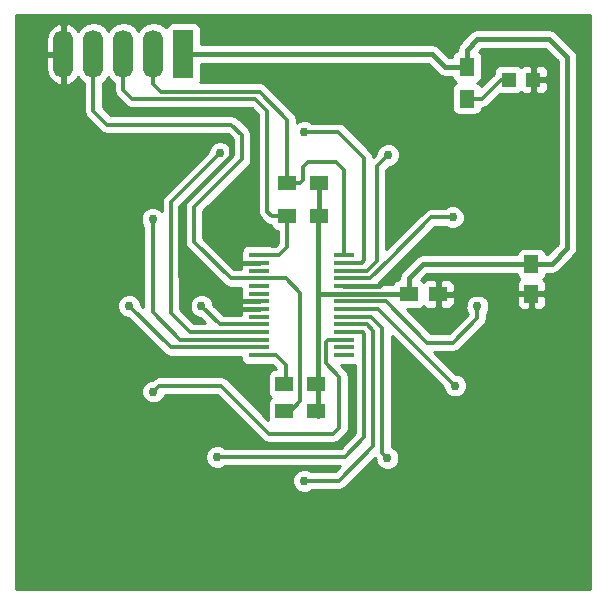
<source format=gbl>
%TF.GenerationSoftware,KiCad,Pcbnew,4.0.2-4+6225~38~ubuntu14.04.1-stable*%
%TF.CreationDate,2016-04-18T13:03:38+01:00*%
%TF.ProjectId,clockface,636C6F636B666163652E6B696361645F,rev?*%
%TF.FileFunction,Copper,L2,Bot,Signal*%
%FSLAX46Y46*%
G04 Gerber Fmt 4.6, Leading zero omitted, Abs format (unit mm)*
G04 Created by KiCad (PCBNEW 4.0.2-4+6225~38~ubuntu14.04.1-stable) date Mon 18 Apr 2016 13:03:38 BST*
%MOMM*%
G01*
G04 APERTURE LIST*
%ADD10C,0.100000*%
%ADD11R,1.500000X1.250000*%
%ADD12R,1.250000X1.500000*%
%ADD13R,1.198880X1.198880*%
%ADD14R,1.300000X1.500000*%
%ADD15R,1.500000X1.300000*%
%ADD16R,1.727200X4.064000*%
%ADD17O,1.727200X4.064000*%
%ADD18R,1.750000X0.450000*%
%ADD19C,0.750000*%
%ADD20C,0.406000*%
%ADD21C,0.305000*%
%ADD22C,0.254000*%
G04 APERTURE END LIST*
D10*
D11*
X156778640Y-92915740D03*
X159278640Y-92915740D03*
D12*
X167172640Y-90395740D03*
X167172640Y-92895740D03*
D13*
X165234620Y-74754740D03*
X167332660Y-74754740D03*
D14*
X161711640Y-73658740D03*
X161711640Y-76358740D03*
D15*
X148964640Y-100535740D03*
X146264640Y-100535740D03*
X149218640Y-86311740D03*
X146518640Y-86311740D03*
X149218640Y-83517740D03*
X146518640Y-83517740D03*
X148964640Y-102821740D03*
X146264640Y-102821740D03*
D16*
X137708640Y-72595740D03*
D17*
X135168640Y-72595740D03*
X132628640Y-72595740D03*
X130088640Y-72595740D03*
X127548640Y-72595740D03*
D18*
X144101000Y-98078000D03*
X144101000Y-97428000D03*
X144101000Y-96778000D03*
X144101000Y-96128000D03*
X144101000Y-95478000D03*
X144101000Y-94828000D03*
X144101000Y-94178000D03*
X144101000Y-93528000D03*
X144101000Y-92878000D03*
X144101000Y-92228000D03*
X144101000Y-91578000D03*
X144101000Y-90928000D03*
X144101000Y-90278000D03*
X144101000Y-89628000D03*
X151301000Y-89628000D03*
X151301000Y-90278000D03*
X151301000Y-90928000D03*
X151301000Y-91578000D03*
X151301000Y-92228000D03*
X151301000Y-92878000D03*
X151301000Y-93528000D03*
X151301000Y-94178000D03*
X151301000Y-94828000D03*
X151301000Y-95478000D03*
X151301000Y-96128000D03*
X151301000Y-96778000D03*
X151301000Y-97428000D03*
X151301000Y-98078000D03*
D19*
X139867640Y-102059740D03*
X155869640Y-102059740D03*
X139994640Y-85803740D03*
X155742640Y-85803740D03*
X140807801Y-81002400D03*
X135092801Y-86565740D03*
X133111601Y-93905600D03*
X135168640Y-101170740D03*
X140566140Y-106707200D03*
X147932140Y-108713800D03*
X154981001Y-106783400D03*
X160695640Y-100662740D03*
X162601001Y-93931740D03*
X160505140Y-86412600D03*
X155057201Y-81129400D03*
X139233191Y-93931190D03*
X147932140Y-79199000D03*
D20*
X139867640Y-102059740D02*
X133390640Y-108536740D01*
X133390640Y-108536740D02*
X133390640Y-110632240D01*
X162092640Y-105615740D02*
X162092640Y-110632240D01*
X158536640Y-102059740D02*
X162092640Y-105615740D01*
X155869640Y-102059740D02*
X158536640Y-102059740D01*
X144101000Y-90278000D02*
X142436900Y-90278000D01*
X139994640Y-87835740D02*
X139994640Y-85803740D01*
X142436900Y-90278000D02*
X139994640Y-87835740D01*
X137962640Y-91899740D02*
X139359640Y-91899740D01*
X137962640Y-91899740D02*
X137454640Y-91391740D01*
X137454640Y-91391740D02*
X137454640Y-85549740D01*
X137454640Y-85549740D02*
X141772640Y-81231740D01*
X141772640Y-81231740D02*
X141772640Y-80215740D01*
X141772640Y-80215740D02*
X141264640Y-79707740D01*
X127548640Y-79707740D02*
X141264640Y-79707740D01*
X141328140Y-93868240D02*
X142280640Y-93868240D01*
X139359640Y-91899740D02*
X141328140Y-93868240D01*
X155742640Y-85803740D02*
X157012640Y-85803740D01*
X158282640Y-84533740D02*
X164252001Y-84533740D01*
X157012640Y-85803740D02*
X158282640Y-84533740D01*
X164252001Y-80469740D02*
X164252001Y-78564379D01*
X164252001Y-84533740D02*
X164252001Y-80469740D01*
X164252001Y-78564379D02*
X165394640Y-77421740D01*
X165394640Y-77421740D02*
X166410640Y-77421740D01*
X166410640Y-77421740D02*
X167332660Y-76499720D01*
X167332660Y-76499720D02*
X167332660Y-74754740D01*
X167172640Y-92895740D02*
X167172640Y-108156462D01*
X167172640Y-108156462D02*
X164633001Y-110696101D01*
X159278640Y-92915740D02*
X167152640Y-92915740D01*
X167152640Y-92915740D02*
X167172640Y-92895740D01*
X127548640Y-89359740D02*
X127548640Y-107012740D01*
X127548640Y-107012740D02*
X131168140Y-110632240D01*
X127548640Y-79707740D02*
X127548640Y-89359740D01*
X131168140Y-110632240D02*
X133390640Y-110632240D01*
X133390640Y-110632240D02*
X162092640Y-110632240D01*
X162092640Y-110632240D02*
X164569140Y-110632240D01*
X164569140Y-110632240D02*
X164633001Y-110696101D01*
X151301000Y-92228000D02*
X154271380Y-92228000D01*
X164252001Y-85930379D02*
X164252001Y-84533740D01*
X161584640Y-88597740D02*
X164252001Y-85930379D01*
X157901640Y-88597740D02*
X161584640Y-88597740D01*
X154271380Y-92228000D02*
X157901640Y-88597740D01*
X127548640Y-79707740D02*
X127548640Y-73611740D01*
X144101000Y-93528000D02*
X142430380Y-93528000D01*
X142280640Y-93677740D02*
X142280640Y-93868240D01*
X142430380Y-93528000D02*
X142280640Y-93677740D01*
X142399900Y-94178000D02*
X144101000Y-94178000D01*
X142280640Y-94058740D02*
X142399900Y-94178000D01*
X142280640Y-93868240D02*
X142280640Y-94058740D01*
D21*
X161711640Y-76358740D02*
X163028640Y-76358740D01*
X164632640Y-74754740D02*
X165234620Y-74754740D01*
X163028640Y-76358740D02*
X164632640Y-74754740D01*
X144101000Y-98078000D02*
X145537900Y-98078000D01*
X146391640Y-98931740D02*
X146391640Y-100789740D01*
X145537900Y-98078000D02*
X146391640Y-98931740D01*
X146518640Y-86311740D02*
X145201640Y-86311740D01*
X132628640Y-75643740D02*
X132628640Y-73611740D01*
X133390640Y-76405740D02*
X132628640Y-75643740D01*
X143804640Y-76405740D02*
X133390640Y-76405740D01*
X144820640Y-77421740D02*
X143804640Y-76405740D01*
X144820640Y-85930740D02*
X144820640Y-77421740D01*
X145201640Y-86311740D02*
X144820640Y-85930740D01*
X144101000Y-89628000D02*
X145822380Y-89628000D01*
X146518640Y-88931740D02*
X146518640Y-86311740D01*
X145822380Y-89628000D02*
X146518640Y-88931740D01*
X146518640Y-83517740D02*
X147614640Y-83517740D01*
X151301000Y-82378100D02*
X151301000Y-89628000D01*
X150662640Y-81739740D02*
X151301000Y-82378100D01*
X148249640Y-81739740D02*
X150662640Y-81739740D01*
X147868640Y-82120740D02*
X148249640Y-81739740D01*
X147868640Y-83263740D02*
X147868640Y-82120740D01*
X147614640Y-83517740D02*
X147868640Y-83263740D01*
X146518640Y-83517740D02*
X146518640Y-78136740D01*
X135168640Y-75135740D02*
X135168640Y-73611740D01*
X135803640Y-75770740D02*
X135168640Y-75135740D01*
X144152640Y-75770740D02*
X135803640Y-75770740D01*
X146518640Y-78136740D02*
X144152640Y-75770740D01*
X146518640Y-82200740D02*
X146518640Y-83517740D01*
X130088640Y-73611740D02*
X130088640Y-75516740D01*
X141704900Y-91578000D02*
X144101000Y-91578000D01*
X138597640Y-88470740D02*
X141704900Y-91578000D01*
X138597640Y-85549740D02*
X138597640Y-88470740D01*
X142661640Y-81485740D02*
X138597640Y-85549740D01*
X142661640Y-79453740D02*
X142661640Y-81485740D01*
X141772640Y-78564740D02*
X142661640Y-79453740D01*
X131231640Y-78564740D02*
X141772640Y-78564740D01*
X130088640Y-77421740D02*
X131231640Y-78564740D01*
X130088640Y-75516740D02*
X130088640Y-77421740D01*
X130088640Y-75516740D02*
X130088640Y-75516740D01*
X144101000Y-91578000D02*
X146403900Y-91578000D01*
X147614640Y-101979740D02*
X146391640Y-103202740D01*
X147614640Y-92788740D02*
X147614640Y-101979740D01*
X146403900Y-91578000D02*
X147614640Y-92788740D01*
X138292000Y-96128000D02*
X136652000Y-94488000D01*
X136652000Y-94488000D02*
X136652000Y-85158201D01*
X136652000Y-85158201D02*
X140807801Y-81002400D01*
X144101000Y-96128000D02*
X138292000Y-96128000D01*
X144101000Y-96778000D02*
X137418000Y-96778000D01*
X135092801Y-94452801D02*
X135092801Y-86565740D01*
X135092801Y-86565740D02*
X135092801Y-86565000D01*
X137418000Y-96778000D02*
X135092801Y-94452801D01*
X136634001Y-97428000D02*
X133111601Y-93905600D01*
X144101000Y-97428000D02*
X136634001Y-97428000D01*
X135168640Y-101170740D02*
X135676640Y-100662740D01*
X149975380Y-96778000D02*
X149773640Y-96979740D01*
X149773640Y-96979740D02*
X149773640Y-98757740D01*
X149773640Y-98757740D02*
X150916640Y-99900740D01*
X150916640Y-99900740D02*
X150916640Y-104218740D01*
X150916640Y-104218740D02*
X150408640Y-104726740D01*
X151301000Y-96778000D02*
X149975380Y-96778000D01*
X144947640Y-104726740D02*
X150408640Y-104726740D01*
X140883640Y-100662740D02*
X144947640Y-104726740D01*
X135676640Y-100662740D02*
X140883640Y-100662740D01*
X151301000Y-96128000D02*
X152897000Y-96128000D01*
X151356800Y-106707200D02*
X140566140Y-106707200D01*
X140566140Y-106707200D02*
X140528401Y-106707200D01*
X153035000Y-105029000D02*
X151356800Y-106707200D01*
X153035000Y-96266000D02*
X153035000Y-105029000D01*
X152897000Y-96128000D02*
X153035000Y-96266000D01*
X151301000Y-95478000D02*
X153263000Y-95478000D01*
X150874200Y-108713800D02*
X147932140Y-108713800D01*
X147932140Y-108713800D02*
X147869001Y-108713800D01*
X153797000Y-105791000D02*
X150874200Y-108713800D01*
X153797000Y-96012000D02*
X153797000Y-105791000D01*
X153263000Y-95478000D02*
X153797000Y-96012000D01*
X154559000Y-105808401D02*
X154559000Y-106361399D01*
X153629000Y-94828000D02*
X151301000Y-94828000D01*
X154559000Y-95758000D02*
X154559000Y-105808401D01*
X153629000Y-94828000D02*
X154559000Y-95758000D01*
X154559000Y-106361399D02*
X154981001Y-106783400D01*
X151301000Y-94178000D02*
X154210900Y-94178000D01*
X154210900Y-94178000D02*
X160695640Y-100662740D01*
X151301000Y-93528000D02*
X154830900Y-93528000D01*
X154830900Y-93528000D02*
X158330900Y-97028000D01*
X158330900Y-97028000D02*
X160528000Y-97028000D01*
X160528000Y-97028000D02*
X162601001Y-94954999D01*
X162601001Y-94954999D02*
X162601001Y-93931740D01*
X162601001Y-93931740D02*
X162601001Y-93905600D01*
X151301000Y-91578000D02*
X153532000Y-91578000D01*
X158697400Y-86412600D02*
X160505140Y-86412600D01*
X160505140Y-86412600D02*
X160543601Y-86412600D01*
X155194000Y-89916000D02*
X158697400Y-86412600D01*
X155194000Y-89916000D02*
X155194000Y-89916000D01*
X153532000Y-91578000D02*
X155194000Y-89916000D01*
X153285380Y-90928000D02*
X154091640Y-90121740D01*
X154091640Y-90121740D02*
X154091640Y-82094961D01*
X154091640Y-82094961D02*
X155057201Y-81129400D01*
X151301000Y-90928000D02*
X153285380Y-90928000D01*
X144101000Y-95478000D02*
X140780001Y-95478000D01*
X140780001Y-95478000D02*
X139233191Y-93931190D01*
X139233191Y-93931190D02*
X139233001Y-93931000D01*
X151301000Y-90278000D02*
X152800000Y-90278000D01*
X150827000Y-79199000D02*
X147932140Y-79199000D01*
X147932140Y-79199000D02*
X147869001Y-79199000D01*
X153035000Y-81407000D02*
X150827000Y-79199000D01*
X153035000Y-90043000D02*
X153035000Y-81407000D01*
X152800000Y-90278000D02*
X153035000Y-90043000D01*
D20*
X137708640Y-72595740D02*
X158790640Y-72595740D01*
X159853640Y-73658740D02*
X161711640Y-73658740D01*
X158790640Y-72595740D02*
X159853640Y-73658740D01*
X151301000Y-92878000D02*
X149129380Y-92878000D01*
X149129380Y-92878000D02*
X149091640Y-92915740D01*
X167172640Y-90395740D02*
X168879840Y-90395740D01*
X168879840Y-90395740D02*
X170220640Y-89054940D01*
X170220640Y-89054940D02*
X170220640Y-87327740D01*
X170220640Y-84025740D02*
X170220640Y-72849740D01*
X170220640Y-72849740D02*
X168696640Y-71325740D01*
X168696640Y-71325740D02*
X162600640Y-71325740D01*
X162600640Y-71325740D02*
X161711640Y-72214740D01*
X161711640Y-72214740D02*
X161711640Y-73658740D01*
X170220640Y-87327740D02*
X170220640Y-84025740D01*
X156778640Y-92915740D02*
X156778640Y-91574940D01*
X156778640Y-91574940D02*
X157957840Y-90395740D01*
X157957840Y-90395740D02*
X167172640Y-90395740D01*
X161484640Y-73885740D02*
X161711640Y-73658740D01*
X149091640Y-100789740D02*
X149091640Y-103202740D01*
X149218640Y-86311740D02*
X149218640Y-83517740D01*
D21*
X151263260Y-92915740D02*
X151301000Y-92878000D01*
D20*
X149091640Y-100789740D02*
X149091640Y-92915740D01*
X149091640Y-92915740D02*
X149091640Y-86438740D01*
X149091640Y-86438740D02*
X149218640Y-86311740D01*
X151301000Y-92878000D02*
X156740900Y-92878000D01*
X156740900Y-92878000D02*
X156778640Y-92915740D01*
D22*
G36*
X172107000Y-117893000D02*
X123527000Y-117893000D01*
X123527000Y-72722740D01*
X126050040Y-72722740D01*
X126050040Y-73891140D01*
X126212715Y-74454962D01*
X126578772Y-74913613D01*
X127092483Y-75197267D01*
X127189614Y-75219098D01*
X127421640Y-75097957D01*
X127421640Y-72722740D01*
X126050040Y-72722740D01*
X123527000Y-72722740D01*
X123527000Y-71300340D01*
X126050040Y-71300340D01*
X126050040Y-72468740D01*
X127421640Y-72468740D01*
X127421640Y-70093523D01*
X127675640Y-70093523D01*
X127675640Y-72468740D01*
X127695640Y-72468740D01*
X127695640Y-72722740D01*
X127675640Y-72722740D01*
X127675640Y-75097957D01*
X127907666Y-75219098D01*
X128004797Y-75197267D01*
X128518508Y-74913613D01*
X128810014Y-74548370D01*
X129028970Y-74876060D01*
X129301140Y-75057918D01*
X129301140Y-77421735D01*
X129301139Y-77421740D01*
X129361085Y-77723103D01*
X129531793Y-77978587D01*
X130674793Y-79121587D01*
X130930277Y-79292295D01*
X131231640Y-79352241D01*
X131231645Y-79352240D01*
X141446446Y-79352240D01*
X141874140Y-79779933D01*
X141874140Y-81159546D01*
X141809191Y-81224495D01*
X141817625Y-81204183D01*
X141817976Y-80802380D01*
X141664537Y-80431028D01*
X141380667Y-80146663D01*
X141009584Y-79992576D01*
X140607781Y-79992225D01*
X140236429Y-80145664D01*
X139952064Y-80429534D01*
X139797977Y-80800617D01*
X139797891Y-80898616D01*
X136095153Y-84601354D01*
X135924445Y-84856838D01*
X135864499Y-85158201D01*
X135864500Y-85158206D01*
X135864500Y-85909183D01*
X135665667Y-85710003D01*
X135294584Y-85555916D01*
X134892781Y-85555565D01*
X134521429Y-85709004D01*
X134237064Y-85992874D01*
X134082977Y-86363957D01*
X134082626Y-86765760D01*
X134236065Y-87137112D01*
X134305301Y-87206469D01*
X134305301Y-93985606D01*
X134121692Y-93801997D01*
X134121776Y-93705580D01*
X133968337Y-93334228D01*
X133684467Y-93049863D01*
X133313384Y-92895776D01*
X132911581Y-92895425D01*
X132540229Y-93048864D01*
X132255864Y-93332734D01*
X132101777Y-93703817D01*
X132101426Y-94105620D01*
X132254865Y-94476972D01*
X132538735Y-94761337D01*
X132909818Y-94915424D01*
X133007817Y-94915510D01*
X136077152Y-97984844D01*
X136077154Y-97984847D01*
X136256140Y-98104441D01*
X136332638Y-98155555D01*
X136634001Y-98215501D01*
X136634006Y-98215500D01*
X142578560Y-98215500D01*
X142578560Y-98303000D01*
X142622838Y-98538317D01*
X142761910Y-98754441D01*
X142974110Y-98899431D01*
X143226000Y-98950440D01*
X144976000Y-98950440D01*
X145211317Y-98906162D01*
X145236295Y-98890089D01*
X145584507Y-99238300D01*
X145514640Y-99238300D01*
X145279323Y-99282578D01*
X145063199Y-99421650D01*
X144918209Y-99633850D01*
X144867200Y-99885740D01*
X144867200Y-101185740D01*
X144911478Y-101421057D01*
X145050550Y-101637181D01*
X145109799Y-101677664D01*
X145063199Y-101707650D01*
X144918209Y-101919850D01*
X144867200Y-102171740D01*
X144867200Y-103471740D01*
X144881307Y-103546713D01*
X141440487Y-100105893D01*
X141185003Y-99935185D01*
X140883640Y-99875239D01*
X140883635Y-99875240D01*
X135676640Y-99875240D01*
X135375276Y-99935185D01*
X135272944Y-100003561D01*
X135119793Y-100105893D01*
X135119791Y-100105896D01*
X135065038Y-100160649D01*
X134968620Y-100160565D01*
X134597268Y-100314004D01*
X134312903Y-100597874D01*
X134158816Y-100968957D01*
X134158465Y-101370760D01*
X134311904Y-101742112D01*
X134595774Y-102026477D01*
X134966857Y-102180564D01*
X135368660Y-102180915D01*
X135740012Y-102027476D01*
X136024377Y-101743606D01*
X136146193Y-101450240D01*
X140557446Y-101450240D01*
X144390793Y-105283587D01*
X144646277Y-105454295D01*
X144947640Y-105514241D01*
X144947645Y-105514240D01*
X150408635Y-105514240D01*
X150408640Y-105514241D01*
X150710003Y-105454295D01*
X150965487Y-105283587D01*
X151473484Y-104775589D01*
X151473487Y-104775587D01*
X151575819Y-104622436D01*
X151644195Y-104520104D01*
X151704140Y-104218740D01*
X151704140Y-99900745D01*
X151704141Y-99900740D01*
X151644195Y-99599377D01*
X151473487Y-99343893D01*
X151080034Y-98950440D01*
X152176000Y-98950440D01*
X152247500Y-98936986D01*
X152247500Y-104702807D01*
X151030606Y-105919700D01*
X141207124Y-105919700D01*
X141139006Y-105851463D01*
X140767923Y-105697376D01*
X140366120Y-105697025D01*
X139994768Y-105850464D01*
X139710403Y-106134334D01*
X139556316Y-106505417D01*
X139555965Y-106907220D01*
X139709404Y-107278572D01*
X139993274Y-107562937D01*
X140364357Y-107717024D01*
X140766160Y-107717375D01*
X141137512Y-107563936D01*
X141206869Y-107494700D01*
X150979606Y-107494700D01*
X150548006Y-107926300D01*
X148573124Y-107926300D01*
X148505006Y-107858063D01*
X148133923Y-107703976D01*
X147732120Y-107703625D01*
X147360768Y-107857064D01*
X147076403Y-108140934D01*
X146922316Y-108512017D01*
X146921965Y-108913820D01*
X147075404Y-109285172D01*
X147359274Y-109569537D01*
X147730357Y-109723624D01*
X148132160Y-109723975D01*
X148503512Y-109570536D01*
X148572869Y-109501300D01*
X150874195Y-109501300D01*
X150874200Y-109501301D01*
X151175563Y-109441355D01*
X151431047Y-109270647D01*
X153914552Y-106787141D01*
X153970924Y-106871508D01*
X153970826Y-106983420D01*
X154124265Y-107354772D01*
X154408135Y-107639137D01*
X154779218Y-107793224D01*
X155181021Y-107793575D01*
X155552373Y-107640136D01*
X155836738Y-107356266D01*
X155990825Y-106985183D01*
X155991176Y-106583380D01*
X155837737Y-106212028D01*
X155553867Y-105927663D01*
X155346500Y-105841557D01*
X155346500Y-96427294D01*
X159685549Y-100766342D01*
X159685465Y-100862760D01*
X159838904Y-101234112D01*
X160122774Y-101518477D01*
X160493857Y-101672564D01*
X160895660Y-101672915D01*
X161267012Y-101519476D01*
X161551377Y-101235606D01*
X161705464Y-100864523D01*
X161705815Y-100462720D01*
X161552376Y-100091368D01*
X161268506Y-99807003D01*
X160897423Y-99652916D01*
X160799423Y-99652830D01*
X158962093Y-97815500D01*
X160527995Y-97815500D01*
X160528000Y-97815501D01*
X160829363Y-97755555D01*
X161084847Y-97584847D01*
X163157845Y-95511848D01*
X163157848Y-95511846D01*
X163328556Y-95256362D01*
X163388501Y-94954999D01*
X163388501Y-94572724D01*
X163456738Y-94504606D01*
X163610825Y-94133523D01*
X163611176Y-93731720D01*
X163457737Y-93360368D01*
X163279171Y-93181490D01*
X165912640Y-93181490D01*
X165912640Y-93772049D01*
X166009313Y-94005438D01*
X166187941Y-94184067D01*
X166421330Y-94280740D01*
X166886890Y-94280740D01*
X167045640Y-94121990D01*
X167045640Y-93022740D01*
X167299640Y-93022740D01*
X167299640Y-94121990D01*
X167458390Y-94280740D01*
X167923950Y-94280740D01*
X168157339Y-94184067D01*
X168335967Y-94005438D01*
X168432640Y-93772049D01*
X168432640Y-93181490D01*
X168273890Y-93022740D01*
X167299640Y-93022740D01*
X167045640Y-93022740D01*
X166071390Y-93022740D01*
X165912640Y-93181490D01*
X163279171Y-93181490D01*
X163173867Y-93076003D01*
X162802784Y-92921916D01*
X162400981Y-92921565D01*
X162029629Y-93075004D01*
X161745264Y-93358874D01*
X161591177Y-93729957D01*
X161590826Y-94131760D01*
X161744265Y-94503112D01*
X161813501Y-94572469D01*
X161813501Y-94628806D01*
X160201806Y-96240500D01*
X158657093Y-96240500D01*
X156604774Y-94188180D01*
X157528640Y-94188180D01*
X157763957Y-94143902D01*
X157980081Y-94004830D01*
X158026609Y-93936734D01*
X158168942Y-94079067D01*
X158402331Y-94175740D01*
X158992890Y-94175740D01*
X159151640Y-94016990D01*
X159151640Y-93042740D01*
X159405640Y-93042740D01*
X159405640Y-94016990D01*
X159564390Y-94175740D01*
X160154949Y-94175740D01*
X160388338Y-94079067D01*
X160566967Y-93900439D01*
X160663640Y-93667050D01*
X160663640Y-93201490D01*
X160504890Y-93042740D01*
X159405640Y-93042740D01*
X159151640Y-93042740D01*
X159131640Y-93042740D01*
X159131640Y-92788740D01*
X159151640Y-92788740D01*
X159151640Y-91814490D01*
X159405640Y-91814490D01*
X159405640Y-92788740D01*
X160504890Y-92788740D01*
X160663640Y-92629990D01*
X160663640Y-92164430D01*
X160566967Y-91931041D01*
X160388338Y-91752413D01*
X160154949Y-91655740D01*
X159564390Y-91655740D01*
X159405640Y-91814490D01*
X159151640Y-91814490D01*
X158992890Y-91655740D01*
X158402331Y-91655740D01*
X158168942Y-91752413D01*
X158027704Y-91893650D01*
X157992730Y-91839299D01*
X157818463Y-91720227D01*
X158304951Y-91233740D01*
X165916758Y-91233740D01*
X165944478Y-91381057D01*
X166083550Y-91597181D01*
X166151646Y-91643709D01*
X166009313Y-91786042D01*
X165912640Y-92019431D01*
X165912640Y-92609990D01*
X166071390Y-92768740D01*
X167045640Y-92768740D01*
X167045640Y-92748740D01*
X167299640Y-92748740D01*
X167299640Y-92768740D01*
X168273890Y-92768740D01*
X168432640Y-92609990D01*
X168432640Y-92019431D01*
X168335967Y-91786042D01*
X168194730Y-91644804D01*
X168249081Y-91609830D01*
X168394071Y-91397630D01*
X168427260Y-91233740D01*
X168879840Y-91233740D01*
X169200529Y-91169951D01*
X169472395Y-90988295D01*
X170813196Y-89647495D01*
X170994852Y-89375628D01*
X171058640Y-89054940D01*
X171058640Y-72849740D01*
X170994851Y-72529051D01*
X170850028Y-72312309D01*
X170813195Y-72257184D01*
X169289195Y-70733185D01*
X169289194Y-70733184D01*
X169017329Y-70551529D01*
X168696640Y-70487740D01*
X162600640Y-70487740D01*
X162279951Y-70551529D01*
X162171057Y-70624290D01*
X162008085Y-70733184D01*
X161119085Y-71622185D01*
X160937429Y-71894051D01*
X160873640Y-72214740D01*
X160873640Y-72296675D01*
X160826323Y-72305578D01*
X160610199Y-72444650D01*
X160465209Y-72656850D01*
X160432020Y-72820740D01*
X160200750Y-72820740D01*
X159383195Y-72003185D01*
X159111329Y-71821529D01*
X158790640Y-71757740D01*
X139219680Y-71757740D01*
X139219680Y-70563740D01*
X139175402Y-70328423D01*
X139036330Y-70112299D01*
X138824130Y-69967309D01*
X138572240Y-69916300D01*
X136845040Y-69916300D01*
X136609723Y-69960578D01*
X136393599Y-70099650D01*
X136248609Y-70311850D01*
X136243333Y-70337904D01*
X136228310Y-70315420D01*
X135742129Y-69990564D01*
X135168640Y-69876490D01*
X134595151Y-69990564D01*
X134108970Y-70315420D01*
X133898640Y-70630201D01*
X133688310Y-70315420D01*
X133202129Y-69990564D01*
X132628640Y-69876490D01*
X132055151Y-69990564D01*
X131568970Y-70315420D01*
X131358640Y-70630201D01*
X131148310Y-70315420D01*
X130662129Y-69990564D01*
X130088640Y-69876490D01*
X129515151Y-69990564D01*
X129028970Y-70315420D01*
X128810014Y-70643110D01*
X128518508Y-70277867D01*
X128004797Y-69994213D01*
X127907666Y-69972382D01*
X127675640Y-70093523D01*
X127421640Y-70093523D01*
X127189614Y-69972382D01*
X127092483Y-69994213D01*
X126578772Y-70277867D01*
X126212715Y-70736518D01*
X126050040Y-71300340D01*
X123527000Y-71300340D01*
X123527000Y-69313000D01*
X172107000Y-69313000D01*
X172107000Y-117893000D01*
X172107000Y-117893000D01*
G37*
X172107000Y-117893000D02*
X123527000Y-117893000D01*
X123527000Y-72722740D01*
X126050040Y-72722740D01*
X126050040Y-73891140D01*
X126212715Y-74454962D01*
X126578772Y-74913613D01*
X127092483Y-75197267D01*
X127189614Y-75219098D01*
X127421640Y-75097957D01*
X127421640Y-72722740D01*
X126050040Y-72722740D01*
X123527000Y-72722740D01*
X123527000Y-71300340D01*
X126050040Y-71300340D01*
X126050040Y-72468740D01*
X127421640Y-72468740D01*
X127421640Y-70093523D01*
X127675640Y-70093523D01*
X127675640Y-72468740D01*
X127695640Y-72468740D01*
X127695640Y-72722740D01*
X127675640Y-72722740D01*
X127675640Y-75097957D01*
X127907666Y-75219098D01*
X128004797Y-75197267D01*
X128518508Y-74913613D01*
X128810014Y-74548370D01*
X129028970Y-74876060D01*
X129301140Y-75057918D01*
X129301140Y-77421735D01*
X129301139Y-77421740D01*
X129361085Y-77723103D01*
X129531793Y-77978587D01*
X130674793Y-79121587D01*
X130930277Y-79292295D01*
X131231640Y-79352241D01*
X131231645Y-79352240D01*
X141446446Y-79352240D01*
X141874140Y-79779933D01*
X141874140Y-81159546D01*
X141809191Y-81224495D01*
X141817625Y-81204183D01*
X141817976Y-80802380D01*
X141664537Y-80431028D01*
X141380667Y-80146663D01*
X141009584Y-79992576D01*
X140607781Y-79992225D01*
X140236429Y-80145664D01*
X139952064Y-80429534D01*
X139797977Y-80800617D01*
X139797891Y-80898616D01*
X136095153Y-84601354D01*
X135924445Y-84856838D01*
X135864499Y-85158201D01*
X135864500Y-85158206D01*
X135864500Y-85909183D01*
X135665667Y-85710003D01*
X135294584Y-85555916D01*
X134892781Y-85555565D01*
X134521429Y-85709004D01*
X134237064Y-85992874D01*
X134082977Y-86363957D01*
X134082626Y-86765760D01*
X134236065Y-87137112D01*
X134305301Y-87206469D01*
X134305301Y-93985606D01*
X134121692Y-93801997D01*
X134121776Y-93705580D01*
X133968337Y-93334228D01*
X133684467Y-93049863D01*
X133313384Y-92895776D01*
X132911581Y-92895425D01*
X132540229Y-93048864D01*
X132255864Y-93332734D01*
X132101777Y-93703817D01*
X132101426Y-94105620D01*
X132254865Y-94476972D01*
X132538735Y-94761337D01*
X132909818Y-94915424D01*
X133007817Y-94915510D01*
X136077152Y-97984844D01*
X136077154Y-97984847D01*
X136256140Y-98104441D01*
X136332638Y-98155555D01*
X136634001Y-98215501D01*
X136634006Y-98215500D01*
X142578560Y-98215500D01*
X142578560Y-98303000D01*
X142622838Y-98538317D01*
X142761910Y-98754441D01*
X142974110Y-98899431D01*
X143226000Y-98950440D01*
X144976000Y-98950440D01*
X145211317Y-98906162D01*
X145236295Y-98890089D01*
X145584507Y-99238300D01*
X145514640Y-99238300D01*
X145279323Y-99282578D01*
X145063199Y-99421650D01*
X144918209Y-99633850D01*
X144867200Y-99885740D01*
X144867200Y-101185740D01*
X144911478Y-101421057D01*
X145050550Y-101637181D01*
X145109799Y-101677664D01*
X145063199Y-101707650D01*
X144918209Y-101919850D01*
X144867200Y-102171740D01*
X144867200Y-103471740D01*
X144881307Y-103546713D01*
X141440487Y-100105893D01*
X141185003Y-99935185D01*
X140883640Y-99875239D01*
X140883635Y-99875240D01*
X135676640Y-99875240D01*
X135375276Y-99935185D01*
X135272944Y-100003561D01*
X135119793Y-100105893D01*
X135119791Y-100105896D01*
X135065038Y-100160649D01*
X134968620Y-100160565D01*
X134597268Y-100314004D01*
X134312903Y-100597874D01*
X134158816Y-100968957D01*
X134158465Y-101370760D01*
X134311904Y-101742112D01*
X134595774Y-102026477D01*
X134966857Y-102180564D01*
X135368660Y-102180915D01*
X135740012Y-102027476D01*
X136024377Y-101743606D01*
X136146193Y-101450240D01*
X140557446Y-101450240D01*
X144390793Y-105283587D01*
X144646277Y-105454295D01*
X144947640Y-105514241D01*
X144947645Y-105514240D01*
X150408635Y-105514240D01*
X150408640Y-105514241D01*
X150710003Y-105454295D01*
X150965487Y-105283587D01*
X151473484Y-104775589D01*
X151473487Y-104775587D01*
X151575819Y-104622436D01*
X151644195Y-104520104D01*
X151704140Y-104218740D01*
X151704140Y-99900745D01*
X151704141Y-99900740D01*
X151644195Y-99599377D01*
X151473487Y-99343893D01*
X151080034Y-98950440D01*
X152176000Y-98950440D01*
X152247500Y-98936986D01*
X152247500Y-104702807D01*
X151030606Y-105919700D01*
X141207124Y-105919700D01*
X141139006Y-105851463D01*
X140767923Y-105697376D01*
X140366120Y-105697025D01*
X139994768Y-105850464D01*
X139710403Y-106134334D01*
X139556316Y-106505417D01*
X139555965Y-106907220D01*
X139709404Y-107278572D01*
X139993274Y-107562937D01*
X140364357Y-107717024D01*
X140766160Y-107717375D01*
X141137512Y-107563936D01*
X141206869Y-107494700D01*
X150979606Y-107494700D01*
X150548006Y-107926300D01*
X148573124Y-107926300D01*
X148505006Y-107858063D01*
X148133923Y-107703976D01*
X147732120Y-107703625D01*
X147360768Y-107857064D01*
X147076403Y-108140934D01*
X146922316Y-108512017D01*
X146921965Y-108913820D01*
X147075404Y-109285172D01*
X147359274Y-109569537D01*
X147730357Y-109723624D01*
X148132160Y-109723975D01*
X148503512Y-109570536D01*
X148572869Y-109501300D01*
X150874195Y-109501300D01*
X150874200Y-109501301D01*
X151175563Y-109441355D01*
X151431047Y-109270647D01*
X153914552Y-106787141D01*
X153970924Y-106871508D01*
X153970826Y-106983420D01*
X154124265Y-107354772D01*
X154408135Y-107639137D01*
X154779218Y-107793224D01*
X155181021Y-107793575D01*
X155552373Y-107640136D01*
X155836738Y-107356266D01*
X155990825Y-106985183D01*
X155991176Y-106583380D01*
X155837737Y-106212028D01*
X155553867Y-105927663D01*
X155346500Y-105841557D01*
X155346500Y-96427294D01*
X159685549Y-100766342D01*
X159685465Y-100862760D01*
X159838904Y-101234112D01*
X160122774Y-101518477D01*
X160493857Y-101672564D01*
X160895660Y-101672915D01*
X161267012Y-101519476D01*
X161551377Y-101235606D01*
X161705464Y-100864523D01*
X161705815Y-100462720D01*
X161552376Y-100091368D01*
X161268506Y-99807003D01*
X160897423Y-99652916D01*
X160799423Y-99652830D01*
X158962093Y-97815500D01*
X160527995Y-97815500D01*
X160528000Y-97815501D01*
X160829363Y-97755555D01*
X161084847Y-97584847D01*
X163157845Y-95511848D01*
X163157848Y-95511846D01*
X163328556Y-95256362D01*
X163388501Y-94954999D01*
X163388501Y-94572724D01*
X163456738Y-94504606D01*
X163610825Y-94133523D01*
X163611176Y-93731720D01*
X163457737Y-93360368D01*
X163279171Y-93181490D01*
X165912640Y-93181490D01*
X165912640Y-93772049D01*
X166009313Y-94005438D01*
X166187941Y-94184067D01*
X166421330Y-94280740D01*
X166886890Y-94280740D01*
X167045640Y-94121990D01*
X167045640Y-93022740D01*
X167299640Y-93022740D01*
X167299640Y-94121990D01*
X167458390Y-94280740D01*
X167923950Y-94280740D01*
X168157339Y-94184067D01*
X168335967Y-94005438D01*
X168432640Y-93772049D01*
X168432640Y-93181490D01*
X168273890Y-93022740D01*
X167299640Y-93022740D01*
X167045640Y-93022740D01*
X166071390Y-93022740D01*
X165912640Y-93181490D01*
X163279171Y-93181490D01*
X163173867Y-93076003D01*
X162802784Y-92921916D01*
X162400981Y-92921565D01*
X162029629Y-93075004D01*
X161745264Y-93358874D01*
X161591177Y-93729957D01*
X161590826Y-94131760D01*
X161744265Y-94503112D01*
X161813501Y-94572469D01*
X161813501Y-94628806D01*
X160201806Y-96240500D01*
X158657093Y-96240500D01*
X156604774Y-94188180D01*
X157528640Y-94188180D01*
X157763957Y-94143902D01*
X157980081Y-94004830D01*
X158026609Y-93936734D01*
X158168942Y-94079067D01*
X158402331Y-94175740D01*
X158992890Y-94175740D01*
X159151640Y-94016990D01*
X159151640Y-93042740D01*
X159405640Y-93042740D01*
X159405640Y-94016990D01*
X159564390Y-94175740D01*
X160154949Y-94175740D01*
X160388338Y-94079067D01*
X160566967Y-93900439D01*
X160663640Y-93667050D01*
X160663640Y-93201490D01*
X160504890Y-93042740D01*
X159405640Y-93042740D01*
X159151640Y-93042740D01*
X159131640Y-93042740D01*
X159131640Y-92788740D01*
X159151640Y-92788740D01*
X159151640Y-91814490D01*
X159405640Y-91814490D01*
X159405640Y-92788740D01*
X160504890Y-92788740D01*
X160663640Y-92629990D01*
X160663640Y-92164430D01*
X160566967Y-91931041D01*
X160388338Y-91752413D01*
X160154949Y-91655740D01*
X159564390Y-91655740D01*
X159405640Y-91814490D01*
X159151640Y-91814490D01*
X158992890Y-91655740D01*
X158402331Y-91655740D01*
X158168942Y-91752413D01*
X158027704Y-91893650D01*
X157992730Y-91839299D01*
X157818463Y-91720227D01*
X158304951Y-91233740D01*
X165916758Y-91233740D01*
X165944478Y-91381057D01*
X166083550Y-91597181D01*
X166151646Y-91643709D01*
X166009313Y-91786042D01*
X165912640Y-92019431D01*
X165912640Y-92609990D01*
X166071390Y-92768740D01*
X167045640Y-92768740D01*
X167045640Y-92748740D01*
X167299640Y-92748740D01*
X167299640Y-92768740D01*
X168273890Y-92768740D01*
X168432640Y-92609990D01*
X168432640Y-92019431D01*
X168335967Y-91786042D01*
X168194730Y-91644804D01*
X168249081Y-91609830D01*
X168394071Y-91397630D01*
X168427260Y-91233740D01*
X168879840Y-91233740D01*
X169200529Y-91169951D01*
X169472395Y-90988295D01*
X170813196Y-89647495D01*
X170994852Y-89375628D01*
X171058640Y-89054940D01*
X171058640Y-72849740D01*
X170994851Y-72529051D01*
X170850028Y-72312309D01*
X170813195Y-72257184D01*
X169289195Y-70733185D01*
X169289194Y-70733184D01*
X169017329Y-70551529D01*
X168696640Y-70487740D01*
X162600640Y-70487740D01*
X162279951Y-70551529D01*
X162171057Y-70624290D01*
X162008085Y-70733184D01*
X161119085Y-71622185D01*
X160937429Y-71894051D01*
X160873640Y-72214740D01*
X160873640Y-72296675D01*
X160826323Y-72305578D01*
X160610199Y-72444650D01*
X160465209Y-72656850D01*
X160432020Y-72820740D01*
X160200750Y-72820740D01*
X159383195Y-72003185D01*
X159111329Y-71821529D01*
X158790640Y-71757740D01*
X139219680Y-71757740D01*
X139219680Y-70563740D01*
X139175402Y-70328423D01*
X139036330Y-70112299D01*
X138824130Y-69967309D01*
X138572240Y-69916300D01*
X136845040Y-69916300D01*
X136609723Y-69960578D01*
X136393599Y-70099650D01*
X136248609Y-70311850D01*
X136243333Y-70337904D01*
X136228310Y-70315420D01*
X135742129Y-69990564D01*
X135168640Y-69876490D01*
X134595151Y-69990564D01*
X134108970Y-70315420D01*
X133898640Y-70630201D01*
X133688310Y-70315420D01*
X133202129Y-69990564D01*
X132628640Y-69876490D01*
X132055151Y-69990564D01*
X131568970Y-70315420D01*
X131358640Y-70630201D01*
X131148310Y-70315420D01*
X130662129Y-69990564D01*
X130088640Y-69876490D01*
X129515151Y-69990564D01*
X129028970Y-70315420D01*
X128810014Y-70643110D01*
X128518508Y-70277867D01*
X128004797Y-69994213D01*
X127907666Y-69972382D01*
X127675640Y-70093523D01*
X127421640Y-70093523D01*
X127189614Y-69972382D01*
X127092483Y-69994213D01*
X126578772Y-70277867D01*
X126212715Y-70736518D01*
X126050040Y-71300340D01*
X123527000Y-71300340D01*
X123527000Y-69313000D01*
X172107000Y-69313000D01*
X172107000Y-117893000D01*
G36*
X138040793Y-84992893D02*
X137870085Y-85248377D01*
X137810139Y-85549740D01*
X137810140Y-85549745D01*
X137810140Y-88470735D01*
X137810139Y-88470740D01*
X137870085Y-88772103D01*
X138040793Y-89027587D01*
X141148051Y-92134844D01*
X141148053Y-92134847D01*
X141345970Y-92267090D01*
X141403537Y-92305555D01*
X141704900Y-92365500D01*
X142578560Y-92365500D01*
X142578560Y-92453000D01*
X142598067Y-92556671D01*
X142578560Y-92653000D01*
X142578560Y-93103000D01*
X142591980Y-93174323D01*
X142591000Y-93176690D01*
X142591000Y-93256750D01*
X142611312Y-93277062D01*
X142622838Y-93338317D01*
X142748059Y-93532916D01*
X142687673Y-93593301D01*
X142610403Y-93779847D01*
X142591000Y-93799250D01*
X142591000Y-93906750D01*
X142610403Y-93926153D01*
X142687673Y-94112699D01*
X142749930Y-94174956D01*
X142629569Y-94351110D01*
X142614442Y-94425808D01*
X142591000Y-94449250D01*
X142591000Y-94529310D01*
X142592667Y-94533335D01*
X142578560Y-94603000D01*
X142578560Y-94690500D01*
X141106194Y-94690500D01*
X140243282Y-93827587D01*
X140243366Y-93731170D01*
X140089927Y-93359818D01*
X139806057Y-93075453D01*
X139434974Y-92921366D01*
X139033171Y-92921015D01*
X138661819Y-93074454D01*
X138377454Y-93358324D01*
X138223367Y-93729407D01*
X138223016Y-94131210D01*
X138376455Y-94502562D01*
X138660325Y-94786927D01*
X139031408Y-94941014D01*
X139129407Y-94941100D01*
X139528808Y-95340500D01*
X138618193Y-95340500D01*
X137439500Y-94161806D01*
X137439500Y-85484395D01*
X140911403Y-82012491D01*
X141007821Y-82012575D01*
X141030469Y-82003217D01*
X138040793Y-84992893D01*
X138040793Y-84992893D01*
G37*
X138040793Y-84992893D02*
X137870085Y-85248377D01*
X137810139Y-85549740D01*
X137810140Y-85549745D01*
X137810140Y-88470735D01*
X137810139Y-88470740D01*
X137870085Y-88772103D01*
X138040793Y-89027587D01*
X141148051Y-92134844D01*
X141148053Y-92134847D01*
X141345970Y-92267090D01*
X141403537Y-92305555D01*
X141704900Y-92365500D01*
X142578560Y-92365500D01*
X142578560Y-92453000D01*
X142598067Y-92556671D01*
X142578560Y-92653000D01*
X142578560Y-93103000D01*
X142591980Y-93174323D01*
X142591000Y-93176690D01*
X142591000Y-93256750D01*
X142611312Y-93277062D01*
X142622838Y-93338317D01*
X142748059Y-93532916D01*
X142687673Y-93593301D01*
X142610403Y-93779847D01*
X142591000Y-93799250D01*
X142591000Y-93906750D01*
X142610403Y-93926153D01*
X142687673Y-94112699D01*
X142749930Y-94174956D01*
X142629569Y-94351110D01*
X142614442Y-94425808D01*
X142591000Y-94449250D01*
X142591000Y-94529310D01*
X142592667Y-94533335D01*
X142578560Y-94603000D01*
X142578560Y-94690500D01*
X141106194Y-94690500D01*
X140243282Y-93827587D01*
X140243366Y-93731170D01*
X140089927Y-93359818D01*
X139806057Y-93075453D01*
X139434974Y-92921366D01*
X139033171Y-92921015D01*
X138661819Y-93074454D01*
X138377454Y-93358324D01*
X138223367Y-93729407D01*
X138223016Y-94131210D01*
X138376455Y-94502562D01*
X138660325Y-94786927D01*
X139031408Y-94941014D01*
X139129407Y-94941100D01*
X139528808Y-95340500D01*
X138618193Y-95340500D01*
X137439500Y-94161806D01*
X137439500Y-85484395D01*
X140911403Y-82012491D01*
X141007821Y-82012575D01*
X141030469Y-82003217D01*
X138040793Y-84992893D01*
G36*
X169382640Y-73196851D02*
X169382640Y-88707829D01*
X168532730Y-89557740D01*
X168428522Y-89557740D01*
X168400802Y-89410423D01*
X168261730Y-89194299D01*
X168049530Y-89049309D01*
X167797640Y-88998300D01*
X166547640Y-88998300D01*
X166312323Y-89042578D01*
X166096199Y-89181650D01*
X165951209Y-89393850D01*
X165918020Y-89557740D01*
X157957840Y-89557740D01*
X157637151Y-89621529D01*
X157529737Y-89693301D01*
X157365285Y-89803184D01*
X156186085Y-90982385D01*
X156004429Y-91254251D01*
X155940640Y-91574940D01*
X155940640Y-91659858D01*
X155793323Y-91687578D01*
X155577199Y-91826650D01*
X155432209Y-92038850D01*
X155431976Y-92040000D01*
X154183694Y-92040000D01*
X155750847Y-90472847D01*
X159023593Y-87200100D01*
X159864156Y-87200100D01*
X159932274Y-87268337D01*
X160303357Y-87422424D01*
X160705160Y-87422775D01*
X161076512Y-87269336D01*
X161360877Y-86985466D01*
X161514964Y-86614383D01*
X161515315Y-86212580D01*
X161361876Y-85841228D01*
X161078006Y-85556863D01*
X160706923Y-85402776D01*
X160305120Y-85402425D01*
X159933768Y-85555864D01*
X159864411Y-85625100D01*
X158697405Y-85625100D01*
X158697400Y-85625099D01*
X158396037Y-85685045D01*
X158140553Y-85855753D01*
X158140551Y-85855756D01*
X154879140Y-89117166D01*
X154879140Y-82421155D01*
X155160804Y-82139491D01*
X155257221Y-82139575D01*
X155628573Y-81986136D01*
X155912938Y-81702266D01*
X156067025Y-81331183D01*
X156067376Y-80929380D01*
X155913937Y-80558028D01*
X155630067Y-80273663D01*
X155258984Y-80119576D01*
X154857181Y-80119225D01*
X154485829Y-80272664D01*
X154201464Y-80556534D01*
X154047377Y-80927617D01*
X154047291Y-81025616D01*
X153796520Y-81276387D01*
X153762555Y-81105637D01*
X153591847Y-80850153D01*
X153591844Y-80850151D01*
X151383847Y-78642153D01*
X151128363Y-78471445D01*
X150827000Y-78411499D01*
X150826995Y-78411500D01*
X148573124Y-78411500D01*
X148505006Y-78343263D01*
X148133923Y-78189176D01*
X147732120Y-78188825D01*
X147360768Y-78342264D01*
X147306140Y-78396797D01*
X147306140Y-78136740D01*
X147246195Y-77835377D01*
X147075487Y-77579893D01*
X147075484Y-77579891D01*
X144709487Y-75213893D01*
X144454003Y-75043185D01*
X144152640Y-74983239D01*
X144152635Y-74983240D01*
X139097877Y-74983240D01*
X139168671Y-74879630D01*
X139219680Y-74627740D01*
X139219680Y-73433740D01*
X158443530Y-73433740D01*
X159261085Y-74251295D01*
X159532951Y-74432951D01*
X159853640Y-74496740D01*
X160430758Y-74496740D01*
X160458478Y-74644057D01*
X160597550Y-74860181D01*
X160809750Y-75005171D01*
X160822837Y-75007821D01*
X160610199Y-75144650D01*
X160465209Y-75356850D01*
X160414200Y-75608740D01*
X160414200Y-77108740D01*
X160458478Y-77344057D01*
X160597550Y-77560181D01*
X160809750Y-77705171D01*
X161061640Y-77756180D01*
X162361640Y-77756180D01*
X162596957Y-77711902D01*
X162813081Y-77572830D01*
X162958071Y-77360630D01*
X163001486Y-77146240D01*
X163028635Y-77146240D01*
X163028640Y-77146241D01*
X163330003Y-77086295D01*
X163585487Y-76915587D01*
X164522310Y-75978763D01*
X164635180Y-76001620D01*
X165834060Y-76001620D01*
X166069377Y-75957342D01*
X166285501Y-75818270D01*
X166291096Y-75810081D01*
X166373522Y-75892507D01*
X166606911Y-75989180D01*
X167046910Y-75989180D01*
X167205660Y-75830430D01*
X167205660Y-74881740D01*
X167459660Y-74881740D01*
X167459660Y-75830430D01*
X167618410Y-75989180D01*
X168058409Y-75989180D01*
X168291798Y-75892507D01*
X168470427Y-75713879D01*
X168567100Y-75480490D01*
X168567100Y-75040490D01*
X168408350Y-74881740D01*
X167459660Y-74881740D01*
X167205660Y-74881740D01*
X167185660Y-74881740D01*
X167185660Y-74627740D01*
X167205660Y-74627740D01*
X167205660Y-73679050D01*
X167459660Y-73679050D01*
X167459660Y-74627740D01*
X168408350Y-74627740D01*
X168567100Y-74468990D01*
X168567100Y-74028990D01*
X168470427Y-73795601D01*
X168291798Y-73616973D01*
X168058409Y-73520300D01*
X167618410Y-73520300D01*
X167459660Y-73679050D01*
X167205660Y-73679050D01*
X167046910Y-73520300D01*
X166606911Y-73520300D01*
X166373522Y-73616973D01*
X166291309Y-73699185D01*
X166085950Y-73558869D01*
X165834060Y-73507860D01*
X164635180Y-73507860D01*
X164399863Y-73552138D01*
X164183739Y-73691210D01*
X164038749Y-73903410D01*
X163987740Y-74155300D01*
X163987740Y-74285947D01*
X162939533Y-75334154D01*
X162825730Y-75157299D01*
X162613530Y-75012309D01*
X162600443Y-75009659D01*
X162813081Y-74872830D01*
X162958071Y-74660630D01*
X163009080Y-74408740D01*
X163009080Y-72908740D01*
X162964802Y-72673423D01*
X162825730Y-72457299D01*
X162723822Y-72387668D01*
X162947751Y-72163740D01*
X168349530Y-72163740D01*
X169382640Y-73196851D01*
X169382640Y-73196851D01*
G37*
X169382640Y-73196851D02*
X169382640Y-88707829D01*
X168532730Y-89557740D01*
X168428522Y-89557740D01*
X168400802Y-89410423D01*
X168261730Y-89194299D01*
X168049530Y-89049309D01*
X167797640Y-88998300D01*
X166547640Y-88998300D01*
X166312323Y-89042578D01*
X166096199Y-89181650D01*
X165951209Y-89393850D01*
X165918020Y-89557740D01*
X157957840Y-89557740D01*
X157637151Y-89621529D01*
X157529737Y-89693301D01*
X157365285Y-89803184D01*
X156186085Y-90982385D01*
X156004429Y-91254251D01*
X155940640Y-91574940D01*
X155940640Y-91659858D01*
X155793323Y-91687578D01*
X155577199Y-91826650D01*
X155432209Y-92038850D01*
X155431976Y-92040000D01*
X154183694Y-92040000D01*
X155750847Y-90472847D01*
X159023593Y-87200100D01*
X159864156Y-87200100D01*
X159932274Y-87268337D01*
X160303357Y-87422424D01*
X160705160Y-87422775D01*
X161076512Y-87269336D01*
X161360877Y-86985466D01*
X161514964Y-86614383D01*
X161515315Y-86212580D01*
X161361876Y-85841228D01*
X161078006Y-85556863D01*
X160706923Y-85402776D01*
X160305120Y-85402425D01*
X159933768Y-85555864D01*
X159864411Y-85625100D01*
X158697405Y-85625100D01*
X158697400Y-85625099D01*
X158396037Y-85685045D01*
X158140553Y-85855753D01*
X158140551Y-85855756D01*
X154879140Y-89117166D01*
X154879140Y-82421155D01*
X155160804Y-82139491D01*
X155257221Y-82139575D01*
X155628573Y-81986136D01*
X155912938Y-81702266D01*
X156067025Y-81331183D01*
X156067376Y-80929380D01*
X155913937Y-80558028D01*
X155630067Y-80273663D01*
X155258984Y-80119576D01*
X154857181Y-80119225D01*
X154485829Y-80272664D01*
X154201464Y-80556534D01*
X154047377Y-80927617D01*
X154047291Y-81025616D01*
X153796520Y-81276387D01*
X153762555Y-81105637D01*
X153591847Y-80850153D01*
X153591844Y-80850151D01*
X151383847Y-78642153D01*
X151128363Y-78471445D01*
X150827000Y-78411499D01*
X150826995Y-78411500D01*
X148573124Y-78411500D01*
X148505006Y-78343263D01*
X148133923Y-78189176D01*
X147732120Y-78188825D01*
X147360768Y-78342264D01*
X147306140Y-78396797D01*
X147306140Y-78136740D01*
X147246195Y-77835377D01*
X147075487Y-77579893D01*
X147075484Y-77579891D01*
X144709487Y-75213893D01*
X144454003Y-75043185D01*
X144152640Y-74983239D01*
X144152635Y-74983240D01*
X139097877Y-74983240D01*
X139168671Y-74879630D01*
X139219680Y-74627740D01*
X139219680Y-73433740D01*
X158443530Y-73433740D01*
X159261085Y-74251295D01*
X159532951Y-74432951D01*
X159853640Y-74496740D01*
X160430758Y-74496740D01*
X160458478Y-74644057D01*
X160597550Y-74860181D01*
X160809750Y-75005171D01*
X160822837Y-75007821D01*
X160610199Y-75144650D01*
X160465209Y-75356850D01*
X160414200Y-75608740D01*
X160414200Y-77108740D01*
X160458478Y-77344057D01*
X160597550Y-77560181D01*
X160809750Y-77705171D01*
X161061640Y-77756180D01*
X162361640Y-77756180D01*
X162596957Y-77711902D01*
X162813081Y-77572830D01*
X162958071Y-77360630D01*
X163001486Y-77146240D01*
X163028635Y-77146240D01*
X163028640Y-77146241D01*
X163330003Y-77086295D01*
X163585487Y-76915587D01*
X164522310Y-75978763D01*
X164635180Y-76001620D01*
X165834060Y-76001620D01*
X166069377Y-75957342D01*
X166285501Y-75818270D01*
X166291096Y-75810081D01*
X166373522Y-75892507D01*
X166606911Y-75989180D01*
X167046910Y-75989180D01*
X167205660Y-75830430D01*
X167205660Y-74881740D01*
X167459660Y-74881740D01*
X167459660Y-75830430D01*
X167618410Y-75989180D01*
X168058409Y-75989180D01*
X168291798Y-75892507D01*
X168470427Y-75713879D01*
X168567100Y-75480490D01*
X168567100Y-75040490D01*
X168408350Y-74881740D01*
X167459660Y-74881740D01*
X167205660Y-74881740D01*
X167185660Y-74881740D01*
X167185660Y-74627740D01*
X167205660Y-74627740D01*
X167205660Y-73679050D01*
X167459660Y-73679050D01*
X167459660Y-74627740D01*
X168408350Y-74627740D01*
X168567100Y-74468990D01*
X168567100Y-74028990D01*
X168470427Y-73795601D01*
X168291798Y-73616973D01*
X168058409Y-73520300D01*
X167618410Y-73520300D01*
X167459660Y-73679050D01*
X167205660Y-73679050D01*
X167046910Y-73520300D01*
X166606911Y-73520300D01*
X166373522Y-73616973D01*
X166291309Y-73699185D01*
X166085950Y-73558869D01*
X165834060Y-73507860D01*
X164635180Y-73507860D01*
X164399863Y-73552138D01*
X164183739Y-73691210D01*
X164038749Y-73903410D01*
X163987740Y-74155300D01*
X163987740Y-74285947D01*
X162939533Y-75334154D01*
X162825730Y-75157299D01*
X162613530Y-75012309D01*
X162600443Y-75009659D01*
X162813081Y-74872830D01*
X162958071Y-74660630D01*
X163009080Y-74408740D01*
X163009080Y-72908740D01*
X162964802Y-72673423D01*
X162825730Y-72457299D01*
X162723822Y-72387668D01*
X162947751Y-72163740D01*
X168349530Y-72163740D01*
X169382640Y-73196851D01*
G36*
X131568970Y-74876060D02*
X131841140Y-75057918D01*
X131841140Y-75643735D01*
X131841139Y-75643740D01*
X131901085Y-75945103D01*
X132071793Y-76200587D01*
X132833791Y-76962584D01*
X132833793Y-76962587D01*
X133018936Y-77086295D01*
X133089277Y-77133295D01*
X133390640Y-77193241D01*
X133390645Y-77193240D01*
X143478446Y-77193240D01*
X144033140Y-77747934D01*
X144033140Y-85930735D01*
X144033139Y-85930740D01*
X144093085Y-86232103D01*
X144263793Y-86487587D01*
X144644791Y-86868584D01*
X144644793Y-86868587D01*
X144797944Y-86970919D01*
X144900276Y-87039295D01*
X145144951Y-87087964D01*
X145165478Y-87197057D01*
X145304550Y-87413181D01*
X145516750Y-87558171D01*
X145731140Y-87601586D01*
X145731140Y-88605547D01*
X145496186Y-88840500D01*
X145277550Y-88840500D01*
X145227890Y-88806569D01*
X144976000Y-88755560D01*
X143226000Y-88755560D01*
X142990683Y-88799838D01*
X142774559Y-88938910D01*
X142629569Y-89151110D01*
X142578560Y-89403000D01*
X142578560Y-89853000D01*
X142591980Y-89924323D01*
X142591000Y-89926690D01*
X142591000Y-90006750D01*
X142611312Y-90027062D01*
X142622838Y-90088317D01*
X142746329Y-90280227D01*
X142629569Y-90451110D01*
X142614442Y-90525808D01*
X142591000Y-90549250D01*
X142591000Y-90629310D01*
X142592667Y-90633335D01*
X142578560Y-90703000D01*
X142578560Y-90790500D01*
X142031093Y-90790500D01*
X139385140Y-88144546D01*
X139385140Y-85875934D01*
X143218487Y-82042587D01*
X143389195Y-81787103D01*
X143449141Y-81485740D01*
X143449140Y-81485735D01*
X143449140Y-79453745D01*
X143449141Y-79453740D01*
X143389195Y-79152377D01*
X143285521Y-78997217D01*
X143218487Y-78896893D01*
X143218484Y-78896891D01*
X142329487Y-78007893D01*
X142074003Y-77837185D01*
X141772640Y-77777239D01*
X141772635Y-77777240D01*
X131557834Y-77777240D01*
X130876140Y-77095546D01*
X130876140Y-75057918D01*
X131148310Y-74876060D01*
X131358640Y-74561279D01*
X131568970Y-74876060D01*
X131568970Y-74876060D01*
G37*
X131568970Y-74876060D02*
X131841140Y-75057918D01*
X131841140Y-75643735D01*
X131841139Y-75643740D01*
X131901085Y-75945103D01*
X132071793Y-76200587D01*
X132833791Y-76962584D01*
X132833793Y-76962587D01*
X133018936Y-77086295D01*
X133089277Y-77133295D01*
X133390640Y-77193241D01*
X133390645Y-77193240D01*
X143478446Y-77193240D01*
X144033140Y-77747934D01*
X144033140Y-85930735D01*
X144033139Y-85930740D01*
X144093085Y-86232103D01*
X144263793Y-86487587D01*
X144644791Y-86868584D01*
X144644793Y-86868587D01*
X144797944Y-86970919D01*
X144900276Y-87039295D01*
X145144951Y-87087964D01*
X145165478Y-87197057D01*
X145304550Y-87413181D01*
X145516750Y-87558171D01*
X145731140Y-87601586D01*
X145731140Y-88605547D01*
X145496186Y-88840500D01*
X145277550Y-88840500D01*
X145227890Y-88806569D01*
X144976000Y-88755560D01*
X143226000Y-88755560D01*
X142990683Y-88799838D01*
X142774559Y-88938910D01*
X142629569Y-89151110D01*
X142578560Y-89403000D01*
X142578560Y-89853000D01*
X142591980Y-89924323D01*
X142591000Y-89926690D01*
X142591000Y-90006750D01*
X142611312Y-90027062D01*
X142622838Y-90088317D01*
X142746329Y-90280227D01*
X142629569Y-90451110D01*
X142614442Y-90525808D01*
X142591000Y-90549250D01*
X142591000Y-90629310D01*
X142592667Y-90633335D01*
X142578560Y-90703000D01*
X142578560Y-90790500D01*
X142031093Y-90790500D01*
X139385140Y-88144546D01*
X139385140Y-85875934D01*
X143218487Y-82042587D01*
X143389195Y-81787103D01*
X143449141Y-81485740D01*
X143449140Y-81485735D01*
X143449140Y-79453745D01*
X143449141Y-79453740D01*
X143389195Y-79152377D01*
X143285521Y-78997217D01*
X143218487Y-78896893D01*
X143218484Y-78896891D01*
X142329487Y-78007893D01*
X142074003Y-77837185D01*
X141772640Y-77777239D01*
X141772635Y-77777240D01*
X131557834Y-77777240D01*
X130876140Y-77095546D01*
X130876140Y-75057918D01*
X131148310Y-74876060D01*
X131358640Y-74561279D01*
X131568970Y-74876060D01*
M02*

</source>
